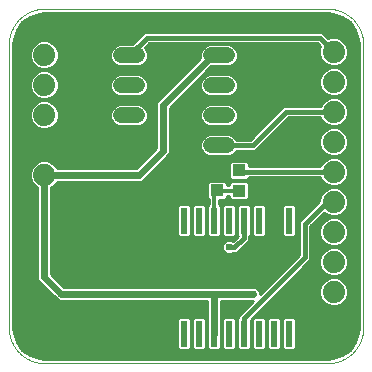
<source format=gbl>
G75*
%MOIN*%
%OFA0B0*%
%FSLAX25Y25*%
%IPPOS*%
%LPD*%
%AMOC8*
5,1,8,0,0,1.08239X$1,22.5*
%
%ADD10C,0.00000*%
%ADD11R,0.04331X0.03937*%
%ADD12R,0.02362X0.08661*%
%ADD13C,0.05200*%
%ADD14C,0.07400*%
%ADD15C,0.01000*%
%ADD16C,0.02400*%
%ADD17C,0.01600*%
%ADD18C,0.02400*%
%ADD19C,0.01200*%
D10*
X0001500Y0013311D02*
X0001500Y0107799D01*
X0001503Y0108084D01*
X0001514Y0108370D01*
X0001531Y0108655D01*
X0001555Y0108939D01*
X0001586Y0109223D01*
X0001624Y0109506D01*
X0001669Y0109787D01*
X0001720Y0110068D01*
X0001778Y0110348D01*
X0001843Y0110626D01*
X0001915Y0110902D01*
X0001993Y0111176D01*
X0002078Y0111449D01*
X0002170Y0111719D01*
X0002268Y0111987D01*
X0002372Y0112253D01*
X0002483Y0112516D01*
X0002600Y0112776D01*
X0002723Y0113034D01*
X0002853Y0113288D01*
X0002989Y0113539D01*
X0003130Y0113787D01*
X0003278Y0114031D01*
X0003431Y0114272D01*
X0003591Y0114508D01*
X0003756Y0114741D01*
X0003926Y0114970D01*
X0004102Y0115195D01*
X0004284Y0115415D01*
X0004470Y0115631D01*
X0004662Y0115842D01*
X0004859Y0116049D01*
X0005061Y0116251D01*
X0005268Y0116448D01*
X0005479Y0116640D01*
X0005695Y0116826D01*
X0005915Y0117008D01*
X0006140Y0117184D01*
X0006369Y0117354D01*
X0006602Y0117519D01*
X0006838Y0117679D01*
X0007079Y0117832D01*
X0007323Y0117980D01*
X0007571Y0118121D01*
X0007822Y0118257D01*
X0008076Y0118387D01*
X0008334Y0118510D01*
X0008594Y0118627D01*
X0008857Y0118738D01*
X0009123Y0118842D01*
X0009391Y0118940D01*
X0009661Y0119032D01*
X0009934Y0119117D01*
X0010208Y0119195D01*
X0010484Y0119267D01*
X0010762Y0119332D01*
X0011042Y0119390D01*
X0011323Y0119441D01*
X0011604Y0119486D01*
X0011887Y0119524D01*
X0012171Y0119555D01*
X0012455Y0119579D01*
X0012740Y0119596D01*
X0013026Y0119607D01*
X0013311Y0119610D01*
X0107799Y0119610D01*
X0108084Y0119607D01*
X0108370Y0119596D01*
X0108655Y0119579D01*
X0108939Y0119555D01*
X0109223Y0119524D01*
X0109506Y0119486D01*
X0109787Y0119441D01*
X0110068Y0119390D01*
X0110348Y0119332D01*
X0110626Y0119267D01*
X0110902Y0119195D01*
X0111176Y0119117D01*
X0111449Y0119032D01*
X0111719Y0118940D01*
X0111987Y0118842D01*
X0112253Y0118738D01*
X0112516Y0118627D01*
X0112776Y0118510D01*
X0113034Y0118387D01*
X0113288Y0118257D01*
X0113539Y0118121D01*
X0113787Y0117980D01*
X0114031Y0117832D01*
X0114272Y0117679D01*
X0114508Y0117519D01*
X0114741Y0117354D01*
X0114970Y0117184D01*
X0115195Y0117008D01*
X0115415Y0116826D01*
X0115631Y0116640D01*
X0115842Y0116448D01*
X0116049Y0116251D01*
X0116251Y0116049D01*
X0116448Y0115842D01*
X0116640Y0115631D01*
X0116826Y0115415D01*
X0117008Y0115195D01*
X0117184Y0114970D01*
X0117354Y0114741D01*
X0117519Y0114508D01*
X0117679Y0114272D01*
X0117832Y0114031D01*
X0117980Y0113787D01*
X0118121Y0113539D01*
X0118257Y0113288D01*
X0118387Y0113034D01*
X0118510Y0112776D01*
X0118627Y0112516D01*
X0118738Y0112253D01*
X0118842Y0111987D01*
X0118940Y0111719D01*
X0119032Y0111449D01*
X0119117Y0111176D01*
X0119195Y0110902D01*
X0119267Y0110626D01*
X0119332Y0110348D01*
X0119390Y0110068D01*
X0119441Y0109787D01*
X0119486Y0109506D01*
X0119524Y0109223D01*
X0119555Y0108939D01*
X0119579Y0108655D01*
X0119596Y0108370D01*
X0119607Y0108084D01*
X0119610Y0107799D01*
X0119610Y0013311D01*
X0119607Y0013026D01*
X0119596Y0012740D01*
X0119579Y0012455D01*
X0119555Y0012171D01*
X0119524Y0011887D01*
X0119486Y0011604D01*
X0119441Y0011323D01*
X0119390Y0011042D01*
X0119332Y0010762D01*
X0119267Y0010484D01*
X0119195Y0010208D01*
X0119117Y0009934D01*
X0119032Y0009661D01*
X0118940Y0009391D01*
X0118842Y0009123D01*
X0118738Y0008857D01*
X0118627Y0008594D01*
X0118510Y0008334D01*
X0118387Y0008076D01*
X0118257Y0007822D01*
X0118121Y0007571D01*
X0117980Y0007323D01*
X0117832Y0007079D01*
X0117679Y0006838D01*
X0117519Y0006602D01*
X0117354Y0006369D01*
X0117184Y0006140D01*
X0117008Y0005915D01*
X0116826Y0005695D01*
X0116640Y0005479D01*
X0116448Y0005268D01*
X0116251Y0005061D01*
X0116049Y0004859D01*
X0115842Y0004662D01*
X0115631Y0004470D01*
X0115415Y0004284D01*
X0115195Y0004102D01*
X0114970Y0003926D01*
X0114741Y0003756D01*
X0114508Y0003591D01*
X0114272Y0003431D01*
X0114031Y0003278D01*
X0113787Y0003130D01*
X0113539Y0002989D01*
X0113288Y0002853D01*
X0113034Y0002723D01*
X0112776Y0002600D01*
X0112516Y0002483D01*
X0112253Y0002372D01*
X0111987Y0002268D01*
X0111719Y0002170D01*
X0111449Y0002078D01*
X0111176Y0001993D01*
X0110902Y0001915D01*
X0110626Y0001843D01*
X0110348Y0001778D01*
X0110068Y0001720D01*
X0109787Y0001669D01*
X0109506Y0001624D01*
X0109223Y0001586D01*
X0108939Y0001555D01*
X0108655Y0001531D01*
X0108370Y0001514D01*
X0108084Y0001503D01*
X0107799Y0001500D01*
X0013311Y0001500D01*
X0013026Y0001503D01*
X0012740Y0001514D01*
X0012455Y0001531D01*
X0012171Y0001555D01*
X0011887Y0001586D01*
X0011604Y0001624D01*
X0011323Y0001669D01*
X0011042Y0001720D01*
X0010762Y0001778D01*
X0010484Y0001843D01*
X0010208Y0001915D01*
X0009934Y0001993D01*
X0009661Y0002078D01*
X0009391Y0002170D01*
X0009123Y0002268D01*
X0008857Y0002372D01*
X0008594Y0002483D01*
X0008334Y0002600D01*
X0008076Y0002723D01*
X0007822Y0002853D01*
X0007571Y0002989D01*
X0007323Y0003130D01*
X0007079Y0003278D01*
X0006838Y0003431D01*
X0006602Y0003591D01*
X0006369Y0003756D01*
X0006140Y0003926D01*
X0005915Y0004102D01*
X0005695Y0004284D01*
X0005479Y0004470D01*
X0005268Y0004662D01*
X0005061Y0004859D01*
X0004859Y0005061D01*
X0004662Y0005268D01*
X0004470Y0005479D01*
X0004284Y0005695D01*
X0004102Y0005915D01*
X0003926Y0006140D01*
X0003756Y0006369D01*
X0003591Y0006602D01*
X0003431Y0006838D01*
X0003278Y0007079D01*
X0003130Y0007323D01*
X0002989Y0007571D01*
X0002853Y0007822D01*
X0002723Y0008076D01*
X0002600Y0008334D01*
X0002483Y0008594D01*
X0002372Y0008857D01*
X0002268Y0009123D01*
X0002170Y0009391D01*
X0002078Y0009661D01*
X0001993Y0009934D01*
X0001915Y0010208D01*
X0001843Y0010484D01*
X0001778Y0010762D01*
X0001720Y0011042D01*
X0001669Y0011323D01*
X0001624Y0011604D01*
X0001586Y0011887D01*
X0001555Y0012171D01*
X0001531Y0012455D01*
X0001514Y0012740D01*
X0001503Y0013026D01*
X0001500Y0013311D01*
D11*
X0064256Y0059059D03*
X0070949Y0059059D03*
X0078193Y0059020D03*
X0078193Y0065713D03*
D12*
X0079787Y0049039D03*
X0074787Y0049039D03*
X0069787Y0049039D03*
X0064787Y0049039D03*
X0059787Y0049039D03*
X0084787Y0049039D03*
X0089787Y0049039D03*
X0094787Y0049039D03*
X0094787Y0011343D03*
X0089787Y0011343D03*
X0084787Y0011343D03*
X0079787Y0011343D03*
X0074787Y0011343D03*
X0069787Y0011343D03*
X0064787Y0011343D03*
X0059787Y0011343D03*
D13*
X0069018Y0074098D02*
X0074218Y0074098D01*
X0074218Y0084098D02*
X0069018Y0084098D01*
X0069018Y0094098D02*
X0074218Y0094098D01*
X0074218Y0104098D02*
X0069018Y0104098D01*
X0044218Y0104098D02*
X0039018Y0104098D01*
X0039018Y0094098D02*
X0044218Y0094098D01*
X0044218Y0084098D02*
X0039018Y0084098D01*
X0039018Y0074098D02*
X0044218Y0074098D01*
D14*
X0013311Y0074295D03*
X0013311Y0064295D03*
X0013311Y0084295D03*
X0013311Y0094295D03*
X0013311Y0104295D03*
X0109768Y0105280D03*
X0109768Y0095280D03*
X0109768Y0085280D03*
X0109768Y0075280D03*
X0109768Y0065280D03*
X0109768Y0055280D03*
X0109768Y0045280D03*
X0109768Y0035280D03*
X0109768Y0025280D03*
X0109768Y0015280D03*
D15*
X0006020Y0006020D02*
X0004124Y0008630D01*
X0003127Y0011698D01*
X0003000Y0013311D01*
X0003000Y0107799D01*
X0003127Y0109412D01*
X0004124Y0112480D01*
X0006020Y0115090D01*
X0008630Y0116986D01*
X0011698Y0117983D01*
X0013311Y0118110D01*
X0107799Y0118110D01*
X0109412Y0117983D01*
X0112480Y0116986D01*
X0115090Y0115090D01*
X0116986Y0112480D01*
X0117983Y0109412D01*
X0118110Y0107799D01*
X0118110Y0013311D01*
X0117983Y0011698D01*
X0116986Y0008630D01*
X0115090Y0006020D01*
X0112480Y0004124D01*
X0109412Y0003127D01*
X0107799Y0003000D01*
X0013311Y0003000D01*
X0011698Y0003127D01*
X0008630Y0004124D01*
X0006020Y0006020D01*
X0005677Y0006493D02*
X0057570Y0006493D01*
X0057506Y0006556D02*
X0058151Y0005912D01*
X0061424Y0005912D01*
X0062068Y0006556D01*
X0062068Y0016129D01*
X0061424Y0016773D01*
X0058151Y0016773D01*
X0057506Y0016129D01*
X0057506Y0006556D01*
X0057506Y0007491D02*
X0004951Y0007491D01*
X0004226Y0008490D02*
X0057506Y0008490D01*
X0057506Y0009488D02*
X0003845Y0009488D01*
X0003521Y0010487D02*
X0057506Y0010487D01*
X0057506Y0011485D02*
X0003196Y0011485D01*
X0003065Y0012484D02*
X0057506Y0012484D01*
X0057506Y0013482D02*
X0003000Y0013482D01*
X0003000Y0014481D02*
X0057506Y0014481D01*
X0057506Y0015479D02*
X0003000Y0015479D01*
X0003000Y0016478D02*
X0057855Y0016478D01*
X0061720Y0016478D02*
X0062855Y0016478D01*
X0063151Y0016773D02*
X0062506Y0016129D01*
X0062506Y0006556D01*
X0063151Y0005912D01*
X0066424Y0005912D01*
X0067068Y0006556D01*
X0067068Y0016129D01*
X0066424Y0016773D01*
X0063151Y0016773D01*
X0062506Y0015479D02*
X0062068Y0015479D01*
X0062068Y0014481D02*
X0062506Y0014481D01*
X0062506Y0013482D02*
X0062068Y0013482D01*
X0062068Y0012484D02*
X0062506Y0012484D01*
X0062506Y0011485D02*
X0062068Y0011485D01*
X0062068Y0010487D02*
X0062506Y0010487D01*
X0062506Y0009488D02*
X0062068Y0009488D01*
X0062068Y0008490D02*
X0062506Y0008490D01*
X0062506Y0007491D02*
X0062068Y0007491D01*
X0062005Y0006493D02*
X0062570Y0006493D01*
X0067005Y0006493D02*
X0067570Y0006493D01*
X0067506Y0006556D02*
X0068151Y0005912D01*
X0071424Y0005912D01*
X0072068Y0006556D01*
X0072068Y0010371D01*
X0072087Y0010390D01*
X0072087Y0022231D01*
X0082930Y0022231D01*
X0079000Y0018302D01*
X0077887Y0017189D01*
X0077887Y0016510D01*
X0077506Y0016129D01*
X0077506Y0006556D01*
X0078151Y0005912D01*
X0081424Y0005912D01*
X0082068Y0006556D01*
X0082068Y0015996D01*
X0102022Y0035949D01*
X0102022Y0047170D01*
X0106556Y0051703D01*
X0107049Y0051210D01*
X0108813Y0050480D01*
X0110722Y0050480D01*
X0112487Y0051210D01*
X0113837Y0052561D01*
X0114568Y0054325D01*
X0114568Y0056234D01*
X0113837Y0057998D01*
X0112487Y0059349D01*
X0110722Y0060080D01*
X0108813Y0060080D01*
X0107049Y0059349D01*
X0105698Y0057998D01*
X0104968Y0056234D01*
X0104968Y0055489D01*
X0098222Y0048744D01*
X0098222Y0047170D01*
X0098222Y0037523D01*
X0085296Y0024597D01*
X0085296Y0025484D01*
X0083949Y0026831D01*
X0019972Y0026831D01*
X0015611Y0031193D01*
X0015611Y0060052D01*
X0016030Y0060226D01*
X0017380Y0061576D01*
X0017554Y0061995D01*
X0045760Y0061995D01*
X0055178Y0071413D01*
X0055178Y0086571D01*
X0069005Y0100398D01*
X0074954Y0100398D01*
X0076314Y0100962D01*
X0077355Y0102003D01*
X0077918Y0103362D01*
X0077918Y0104834D01*
X0077355Y0106194D01*
X0076314Y0107235D01*
X0074954Y0107798D01*
X0068282Y0107798D01*
X0066922Y0107235D01*
X0065881Y0106194D01*
X0065318Y0104834D01*
X0065318Y0103362D01*
X0065361Y0103259D01*
X0050578Y0088476D01*
X0050578Y0073319D01*
X0043854Y0066595D01*
X0017554Y0066595D01*
X0017380Y0067014D01*
X0016030Y0068365D01*
X0014266Y0069095D01*
X0012356Y0069095D01*
X0010592Y0068365D01*
X0009242Y0067014D01*
X0008511Y0065250D01*
X0008511Y0063340D01*
X0009242Y0061576D01*
X0010592Y0060226D01*
X0011011Y0060052D01*
X0011011Y0029287D01*
X0012358Y0027940D01*
X0016720Y0023579D01*
X0018067Y0022231D01*
X0067487Y0022231D01*
X0067487Y0010390D01*
X0067506Y0010371D01*
X0067506Y0006556D01*
X0067506Y0007491D02*
X0067068Y0007491D01*
X0067068Y0008490D02*
X0067506Y0008490D01*
X0067506Y0009488D02*
X0067068Y0009488D01*
X0067068Y0010487D02*
X0067487Y0010487D01*
X0067487Y0011485D02*
X0067068Y0011485D01*
X0067068Y0012484D02*
X0067487Y0012484D01*
X0067487Y0013482D02*
X0067068Y0013482D01*
X0067068Y0014481D02*
X0067487Y0014481D01*
X0067487Y0015479D02*
X0067068Y0015479D01*
X0066720Y0016478D02*
X0067487Y0016478D01*
X0067487Y0017476D02*
X0003000Y0017476D01*
X0003000Y0018475D02*
X0067487Y0018475D01*
X0067487Y0019473D02*
X0003000Y0019473D01*
X0003000Y0020472D02*
X0067487Y0020472D01*
X0067487Y0021470D02*
X0003000Y0021470D01*
X0003000Y0022469D02*
X0017830Y0022469D01*
X0016831Y0023467D02*
X0003000Y0023467D01*
X0003000Y0024466D02*
X0015833Y0024466D01*
X0014834Y0025464D02*
X0003000Y0025464D01*
X0003000Y0026463D02*
X0013836Y0026463D01*
X0012837Y0027461D02*
X0003000Y0027461D01*
X0003000Y0028460D02*
X0011839Y0028460D01*
X0011011Y0029458D02*
X0003000Y0029458D01*
X0003000Y0030457D02*
X0011011Y0030457D01*
X0011011Y0031455D02*
X0003000Y0031455D01*
X0003000Y0032454D02*
X0011011Y0032454D01*
X0011011Y0033452D02*
X0003000Y0033452D01*
X0003000Y0034451D02*
X0011011Y0034451D01*
X0011011Y0035449D02*
X0003000Y0035449D01*
X0003000Y0036448D02*
X0011011Y0036448D01*
X0011011Y0037446D02*
X0003000Y0037446D01*
X0003000Y0038445D02*
X0011011Y0038445D01*
X0011011Y0039443D02*
X0003000Y0039443D01*
X0003000Y0040442D02*
X0011011Y0040442D01*
X0011011Y0041440D02*
X0003000Y0041440D01*
X0003000Y0042439D02*
X0011011Y0042439D01*
X0011011Y0043437D02*
X0003000Y0043437D01*
X0003000Y0044436D02*
X0011011Y0044436D01*
X0011011Y0045434D02*
X0003000Y0045434D01*
X0003000Y0046433D02*
X0011011Y0046433D01*
X0011011Y0047432D02*
X0003000Y0047432D01*
X0003000Y0048430D02*
X0011011Y0048430D01*
X0011011Y0049429D02*
X0003000Y0049429D01*
X0003000Y0050427D02*
X0011011Y0050427D01*
X0011011Y0051426D02*
X0003000Y0051426D01*
X0003000Y0052424D02*
X0011011Y0052424D01*
X0011011Y0053423D02*
X0003000Y0053423D01*
X0003000Y0054421D02*
X0011011Y0054421D01*
X0011011Y0055420D02*
X0003000Y0055420D01*
X0003000Y0056418D02*
X0011011Y0056418D01*
X0011011Y0057417D02*
X0003000Y0057417D01*
X0003000Y0058415D02*
X0011011Y0058415D01*
X0011011Y0059414D02*
X0003000Y0059414D01*
X0003000Y0060412D02*
X0010406Y0060412D01*
X0009407Y0061411D02*
X0003000Y0061411D01*
X0003000Y0062409D02*
X0008897Y0062409D01*
X0008511Y0063408D02*
X0003000Y0063408D01*
X0003000Y0064406D02*
X0008511Y0064406D01*
X0008575Y0065405D02*
X0003000Y0065405D01*
X0003000Y0066403D02*
X0008989Y0066403D01*
X0009629Y0067402D02*
X0003000Y0067402D01*
X0003000Y0068400D02*
X0010678Y0068400D01*
X0015944Y0068400D02*
X0045659Y0068400D01*
X0044661Y0067402D02*
X0016993Y0067402D01*
X0017215Y0061411D02*
X0067683Y0061411D01*
X0067683Y0061483D02*
X0068328Y0062128D01*
X0073570Y0062128D01*
X0074214Y0061483D01*
X0074214Y0060720D01*
X0074928Y0060720D01*
X0074928Y0061444D01*
X0075572Y0062088D01*
X0080814Y0062088D01*
X0081458Y0061444D01*
X0081458Y0056596D01*
X0080814Y0055951D01*
X0075572Y0055951D01*
X0074928Y0056596D01*
X0074928Y0057320D01*
X0074214Y0057320D01*
X0074214Y0056635D01*
X0073570Y0055991D01*
X0071487Y0055991D01*
X0071487Y0054407D01*
X0072068Y0053826D01*
X0072068Y0044253D01*
X0071424Y0043609D01*
X0068151Y0043609D01*
X0067506Y0044253D01*
X0067506Y0053826D01*
X0068087Y0054407D01*
X0068087Y0056231D01*
X0067683Y0056635D01*
X0067683Y0061483D01*
X0067683Y0060412D02*
X0016216Y0060412D01*
X0015611Y0059414D02*
X0067683Y0059414D01*
X0067683Y0058415D02*
X0015611Y0058415D01*
X0015611Y0057417D02*
X0067683Y0057417D01*
X0067900Y0056418D02*
X0015611Y0056418D01*
X0015611Y0055420D02*
X0068087Y0055420D01*
X0068087Y0054421D02*
X0066473Y0054421D01*
X0066424Y0054470D02*
X0063151Y0054470D01*
X0062506Y0053826D01*
X0062506Y0044253D01*
X0063151Y0043609D01*
X0066424Y0043609D01*
X0067068Y0044253D01*
X0067068Y0053826D01*
X0066424Y0054470D01*
X0067068Y0053423D02*
X0067506Y0053423D01*
X0067506Y0052424D02*
X0067068Y0052424D01*
X0067068Y0051426D02*
X0067506Y0051426D01*
X0067506Y0050427D02*
X0067068Y0050427D01*
X0067068Y0049429D02*
X0067506Y0049429D01*
X0067506Y0048430D02*
X0067068Y0048430D01*
X0067068Y0047432D02*
X0067506Y0047432D01*
X0067506Y0046433D02*
X0067068Y0046433D01*
X0067068Y0045434D02*
X0067506Y0045434D01*
X0067506Y0044436D02*
X0067068Y0044436D01*
X0062506Y0044436D02*
X0062068Y0044436D01*
X0062068Y0044253D02*
X0061424Y0043609D01*
X0058151Y0043609D01*
X0057506Y0044253D01*
X0057506Y0053826D01*
X0058151Y0054470D01*
X0061424Y0054470D01*
X0062068Y0053826D01*
X0062068Y0044253D01*
X0062068Y0045434D02*
X0062506Y0045434D01*
X0062506Y0046433D02*
X0062068Y0046433D01*
X0062068Y0047432D02*
X0062506Y0047432D01*
X0062506Y0048430D02*
X0062068Y0048430D01*
X0062068Y0049429D02*
X0062506Y0049429D01*
X0062506Y0050427D02*
X0062068Y0050427D01*
X0062068Y0051426D02*
X0062506Y0051426D01*
X0062506Y0052424D02*
X0062068Y0052424D01*
X0062068Y0053423D02*
X0062506Y0053423D01*
X0063102Y0054421D02*
X0061473Y0054421D01*
X0058102Y0054421D02*
X0015611Y0054421D01*
X0015611Y0053423D02*
X0057506Y0053423D01*
X0057506Y0052424D02*
X0015611Y0052424D01*
X0015611Y0051426D02*
X0057506Y0051426D01*
X0057506Y0050427D02*
X0015611Y0050427D01*
X0015611Y0049429D02*
X0057506Y0049429D01*
X0057506Y0048430D02*
X0015611Y0048430D01*
X0015611Y0047432D02*
X0057506Y0047432D01*
X0057506Y0046433D02*
X0015611Y0046433D01*
X0015611Y0045434D02*
X0057506Y0045434D01*
X0057506Y0044436D02*
X0015611Y0044436D01*
X0015611Y0043437D02*
X0077365Y0043437D01*
X0077843Y0043916D02*
X0076094Y0042167D01*
X0075878Y0042383D01*
X0073973Y0042383D01*
X0072625Y0041035D01*
X0072625Y0039130D01*
X0073973Y0037783D01*
X0075878Y0037783D01*
X0076278Y0038183D01*
X0077484Y0038183D01*
X0080574Y0041273D01*
X0081687Y0042386D01*
X0081687Y0043872D01*
X0082068Y0044253D01*
X0082068Y0053826D01*
X0081424Y0054470D01*
X0078151Y0054470D01*
X0077506Y0053826D01*
X0077506Y0044253D01*
X0077843Y0043916D01*
X0077506Y0044436D02*
X0077068Y0044436D01*
X0077068Y0044253D02*
X0076424Y0043609D01*
X0073151Y0043609D01*
X0072506Y0044253D01*
X0072506Y0053826D01*
X0073151Y0054470D01*
X0076424Y0054470D01*
X0077068Y0053826D01*
X0077068Y0044253D01*
X0077068Y0045434D02*
X0077506Y0045434D01*
X0077506Y0046433D02*
X0077068Y0046433D01*
X0077068Y0047432D02*
X0077506Y0047432D01*
X0077506Y0048430D02*
X0077068Y0048430D01*
X0077068Y0049429D02*
X0077506Y0049429D01*
X0077506Y0050427D02*
X0077068Y0050427D01*
X0077068Y0051426D02*
X0077506Y0051426D01*
X0077506Y0052424D02*
X0077068Y0052424D01*
X0077068Y0053423D02*
X0077506Y0053423D01*
X0078102Y0054421D02*
X0076473Y0054421D01*
X0075105Y0056418D02*
X0073997Y0056418D01*
X0073102Y0054421D02*
X0071487Y0054421D01*
X0071487Y0055420D02*
X0104898Y0055420D01*
X0105044Y0056418D02*
X0081281Y0056418D01*
X0081458Y0057417D02*
X0105457Y0057417D01*
X0106115Y0058415D02*
X0081458Y0058415D01*
X0081458Y0059414D02*
X0107205Y0059414D01*
X0107049Y0061210D02*
X0108813Y0060480D01*
X0110722Y0060480D01*
X0112487Y0061210D01*
X0113837Y0062561D01*
X0114568Y0064325D01*
X0114568Y0066234D01*
X0113837Y0067998D01*
X0112487Y0069349D01*
X0110722Y0070080D01*
X0108813Y0070080D01*
X0107049Y0069349D01*
X0105698Y0067998D01*
X0105359Y0067180D01*
X0081458Y0067180D01*
X0081458Y0068137D01*
X0080814Y0068781D01*
X0075572Y0068781D01*
X0074928Y0068137D01*
X0074928Y0063288D01*
X0075572Y0062644D01*
X0080814Y0062644D01*
X0081458Y0063288D01*
X0081458Y0063380D01*
X0105359Y0063380D01*
X0105698Y0062561D01*
X0107049Y0061210D01*
X0106848Y0061411D02*
X0081458Y0061411D01*
X0081458Y0060412D02*
X0118110Y0060412D01*
X0118110Y0059414D02*
X0112330Y0059414D01*
X0113420Y0058415D02*
X0118110Y0058415D01*
X0118110Y0057417D02*
X0114078Y0057417D01*
X0114492Y0056418D02*
X0118110Y0056418D01*
X0118110Y0055420D02*
X0114568Y0055420D01*
X0114568Y0054421D02*
X0118110Y0054421D01*
X0118110Y0053423D02*
X0114194Y0053423D01*
X0113700Y0052424D02*
X0118110Y0052424D01*
X0118110Y0051426D02*
X0112702Y0051426D01*
X0112294Y0049429D02*
X0118110Y0049429D01*
X0118110Y0050427D02*
X0105279Y0050427D01*
X0104281Y0049429D02*
X0107241Y0049429D01*
X0107049Y0049349D02*
X0105698Y0047998D01*
X0104968Y0046234D01*
X0104968Y0044325D01*
X0105698Y0042561D01*
X0107049Y0041210D01*
X0108813Y0040480D01*
X0110722Y0040480D01*
X0112487Y0041210D01*
X0113837Y0042561D01*
X0114568Y0044325D01*
X0114568Y0046234D01*
X0113837Y0047998D01*
X0112487Y0049349D01*
X0110722Y0050080D01*
X0108813Y0050080D01*
X0107049Y0049349D01*
X0106130Y0048430D02*
X0103282Y0048430D01*
X0102284Y0047432D02*
X0105464Y0047432D01*
X0105050Y0046433D02*
X0102022Y0046433D01*
X0102022Y0045434D02*
X0104968Y0045434D01*
X0104968Y0044436D02*
X0102022Y0044436D01*
X0102022Y0043437D02*
X0105335Y0043437D01*
X0105820Y0042439D02*
X0102022Y0042439D01*
X0102022Y0041440D02*
X0106819Y0041440D01*
X0107049Y0039349D02*
X0108813Y0040080D01*
X0110722Y0040080D01*
X0112487Y0039349D01*
X0113837Y0037998D01*
X0114568Y0036234D01*
X0114568Y0034325D01*
X0113837Y0032561D01*
X0112487Y0031210D01*
X0110722Y0030480D01*
X0108813Y0030480D01*
X0107049Y0031210D01*
X0105698Y0032561D01*
X0104968Y0034325D01*
X0104968Y0036234D01*
X0105698Y0037998D01*
X0107049Y0039349D01*
X0107277Y0039443D02*
X0102022Y0039443D01*
X0102022Y0038445D02*
X0106145Y0038445D01*
X0105470Y0037446D02*
X0102022Y0037446D01*
X0102022Y0036448D02*
X0105056Y0036448D01*
X0104968Y0035449D02*
X0101522Y0035449D01*
X0100524Y0034451D02*
X0104968Y0034451D01*
X0105329Y0033452D02*
X0099525Y0033452D01*
X0098527Y0032454D02*
X0105805Y0032454D01*
X0106804Y0031455D02*
X0097528Y0031455D01*
X0096530Y0030457D02*
X0118110Y0030457D01*
X0118110Y0031455D02*
X0112732Y0031455D01*
X0113730Y0032454D02*
X0118110Y0032454D01*
X0118110Y0033452D02*
X0114206Y0033452D01*
X0114568Y0034451D02*
X0118110Y0034451D01*
X0118110Y0035449D02*
X0114568Y0035449D01*
X0114479Y0036448D02*
X0118110Y0036448D01*
X0118110Y0037446D02*
X0114066Y0037446D01*
X0113391Y0038445D02*
X0118110Y0038445D01*
X0118110Y0039443D02*
X0112258Y0039443D01*
X0112717Y0041440D02*
X0118110Y0041440D01*
X0118110Y0040442D02*
X0102022Y0040442D01*
X0098222Y0040442D02*
X0079743Y0040442D01*
X0078745Y0039443D02*
X0098222Y0039443D01*
X0098222Y0038445D02*
X0077746Y0038445D01*
X0080742Y0041440D02*
X0098222Y0041440D01*
X0098222Y0042439D02*
X0081687Y0042439D01*
X0081687Y0043437D02*
X0098222Y0043437D01*
X0098222Y0044436D02*
X0097068Y0044436D01*
X0097068Y0044253D02*
X0096424Y0043609D01*
X0093151Y0043609D01*
X0092506Y0044253D01*
X0092506Y0053826D01*
X0093151Y0054470D01*
X0096424Y0054470D01*
X0097068Y0053826D01*
X0097068Y0044253D01*
X0097068Y0045434D02*
X0098222Y0045434D01*
X0098222Y0046433D02*
X0097068Y0046433D01*
X0097068Y0047432D02*
X0098222Y0047432D01*
X0098222Y0048430D02*
X0097068Y0048430D01*
X0097068Y0049429D02*
X0098907Y0049429D01*
X0099905Y0050427D02*
X0097068Y0050427D01*
X0097068Y0051426D02*
X0100904Y0051426D01*
X0101902Y0052424D02*
X0097068Y0052424D01*
X0097068Y0053423D02*
X0102901Y0053423D01*
X0103899Y0054421D02*
X0096473Y0054421D01*
X0093102Y0054421D02*
X0086473Y0054421D01*
X0086424Y0054470D02*
X0083151Y0054470D01*
X0082506Y0053826D01*
X0082506Y0044253D01*
X0083151Y0043609D01*
X0086424Y0043609D01*
X0087068Y0044253D01*
X0087068Y0053826D01*
X0086424Y0054470D01*
X0087068Y0053423D02*
X0092506Y0053423D01*
X0092506Y0052424D02*
X0087068Y0052424D01*
X0087068Y0051426D02*
X0092506Y0051426D01*
X0092506Y0050427D02*
X0087068Y0050427D01*
X0087068Y0049429D02*
X0092506Y0049429D01*
X0092506Y0048430D02*
X0087068Y0048430D01*
X0087068Y0047432D02*
X0092506Y0047432D01*
X0092506Y0046433D02*
X0087068Y0046433D01*
X0087068Y0045434D02*
X0092506Y0045434D01*
X0092506Y0044436D02*
X0087068Y0044436D01*
X0082506Y0044436D02*
X0082068Y0044436D01*
X0082068Y0045434D02*
X0082506Y0045434D01*
X0082506Y0046433D02*
X0082068Y0046433D01*
X0082068Y0047432D02*
X0082506Y0047432D01*
X0082506Y0048430D02*
X0082068Y0048430D01*
X0082068Y0049429D02*
X0082506Y0049429D01*
X0082506Y0050427D02*
X0082068Y0050427D01*
X0082068Y0051426D02*
X0082506Y0051426D01*
X0082506Y0052424D02*
X0082068Y0052424D01*
X0082068Y0053423D02*
X0082506Y0053423D01*
X0083102Y0054421D02*
X0081473Y0054421D01*
X0074928Y0061411D02*
X0074214Y0061411D01*
X0074928Y0063408D02*
X0047172Y0063408D01*
X0048171Y0064406D02*
X0074928Y0064406D01*
X0074928Y0065405D02*
X0049169Y0065405D01*
X0050168Y0066403D02*
X0074928Y0066403D01*
X0074928Y0067402D02*
X0051166Y0067402D01*
X0052165Y0068400D02*
X0075191Y0068400D01*
X0074954Y0070398D02*
X0076314Y0070962D01*
X0077355Y0072003D01*
X0077436Y0072198D01*
X0083547Y0072198D01*
X0094728Y0083380D01*
X0105359Y0083380D01*
X0105698Y0082561D01*
X0107049Y0081210D01*
X0108813Y0080480D01*
X0110722Y0080480D01*
X0112487Y0081210D01*
X0113837Y0082561D01*
X0114568Y0084325D01*
X0114568Y0086234D01*
X0113837Y0087998D01*
X0112487Y0089349D01*
X0110722Y0090080D01*
X0108813Y0090080D01*
X0107049Y0089349D01*
X0105698Y0087998D01*
X0105359Y0087180D01*
X0093154Y0087180D01*
X0092041Y0086067D01*
X0081973Y0075998D01*
X0077436Y0075998D01*
X0077355Y0076194D01*
X0076314Y0077235D01*
X0074954Y0077798D01*
X0068282Y0077798D01*
X0066922Y0077235D01*
X0065881Y0076194D01*
X0065318Y0074834D01*
X0065318Y0073362D01*
X0065881Y0072003D01*
X0066922Y0070962D01*
X0068282Y0070398D01*
X0074954Y0070398D01*
X0076748Y0071396D02*
X0106863Y0071396D01*
X0107049Y0071210D02*
X0108813Y0070480D01*
X0110722Y0070480D01*
X0112487Y0071210D01*
X0113837Y0072561D01*
X0114568Y0074325D01*
X0114568Y0076234D01*
X0113837Y0077998D01*
X0112487Y0079349D01*
X0110722Y0080080D01*
X0108813Y0080080D01*
X0107049Y0079349D01*
X0105698Y0077998D01*
X0104968Y0076234D01*
X0104968Y0074325D01*
X0105698Y0072561D01*
X0107049Y0071210D01*
X0105865Y0072394D02*
X0083743Y0072394D01*
X0084741Y0073393D02*
X0105354Y0073393D01*
X0104968Y0074391D02*
X0085740Y0074391D01*
X0086738Y0075390D02*
X0104968Y0075390D01*
X0105032Y0076388D02*
X0087737Y0076388D01*
X0088735Y0077387D02*
X0105445Y0077387D01*
X0106085Y0078385D02*
X0089734Y0078385D01*
X0090732Y0079384D02*
X0107134Y0079384D01*
X0106878Y0081381D02*
X0092729Y0081381D01*
X0091731Y0080382D02*
X0118110Y0080382D01*
X0118110Y0079384D02*
X0112402Y0079384D01*
X0113450Y0078385D02*
X0118110Y0078385D01*
X0118110Y0077387D02*
X0114090Y0077387D01*
X0114504Y0076388D02*
X0118110Y0076388D01*
X0118110Y0075390D02*
X0114568Y0075390D01*
X0114568Y0074391D02*
X0118110Y0074391D01*
X0118110Y0073393D02*
X0114182Y0073393D01*
X0113671Y0072394D02*
X0118110Y0072394D01*
X0118110Y0071396D02*
X0112672Y0071396D01*
X0112366Y0069399D02*
X0118110Y0069399D01*
X0118110Y0070397D02*
X0054162Y0070397D01*
X0053163Y0069399D02*
X0107169Y0069399D01*
X0106100Y0068400D02*
X0081195Y0068400D01*
X0081458Y0067402D02*
X0105451Y0067402D01*
X0105850Y0062409D02*
X0046174Y0062409D01*
X0046658Y0069399D02*
X0003000Y0069399D01*
X0003000Y0070397D02*
X0047656Y0070397D01*
X0048655Y0071396D02*
X0003000Y0071396D01*
X0003000Y0072394D02*
X0049653Y0072394D01*
X0050578Y0073393D02*
X0003000Y0073393D01*
X0003000Y0074391D02*
X0050578Y0074391D01*
X0050578Y0075390D02*
X0003000Y0075390D01*
X0003000Y0076388D02*
X0050578Y0076388D01*
X0050578Y0077387D02*
X0003000Y0077387D01*
X0003000Y0078385D02*
X0050578Y0078385D01*
X0050578Y0079384D02*
X0003000Y0079384D01*
X0003000Y0080382D02*
X0010436Y0080382D01*
X0010592Y0080226D02*
X0012356Y0079495D01*
X0014266Y0079495D01*
X0016030Y0080226D01*
X0017380Y0081576D01*
X0018111Y0083340D01*
X0018111Y0085250D01*
X0017380Y0087014D01*
X0016030Y0088365D01*
X0014266Y0089095D01*
X0012356Y0089095D01*
X0010592Y0088365D01*
X0009242Y0087014D01*
X0008511Y0085250D01*
X0008511Y0083340D01*
X0009242Y0081576D01*
X0010592Y0080226D01*
X0009437Y0081381D02*
X0003000Y0081381D01*
X0003000Y0082379D02*
X0008909Y0082379D01*
X0008511Y0083378D02*
X0003000Y0083378D01*
X0003000Y0084376D02*
X0008511Y0084376D01*
X0008563Y0085375D02*
X0003000Y0085375D01*
X0003000Y0086373D02*
X0008976Y0086373D01*
X0009600Y0087372D02*
X0003000Y0087372D01*
X0003000Y0088370D02*
X0010606Y0088370D01*
X0010592Y0090226D02*
X0012356Y0089495D01*
X0014266Y0089495D01*
X0016030Y0090226D01*
X0017380Y0091576D01*
X0018111Y0093340D01*
X0018111Y0095250D01*
X0017380Y0097014D01*
X0016030Y0098365D01*
X0014266Y0099095D01*
X0012356Y0099095D01*
X0010592Y0098365D01*
X0009242Y0097014D01*
X0008511Y0095250D01*
X0008511Y0093340D01*
X0009242Y0091576D01*
X0010592Y0090226D01*
X0010451Y0090368D02*
X0003000Y0090368D01*
X0003000Y0091366D02*
X0009452Y0091366D01*
X0008915Y0092365D02*
X0003000Y0092365D01*
X0003000Y0093363D02*
X0008511Y0093363D01*
X0008511Y0094362D02*
X0003000Y0094362D01*
X0003000Y0095360D02*
X0008557Y0095360D01*
X0008970Y0096359D02*
X0003000Y0096359D01*
X0003000Y0097357D02*
X0009585Y0097357D01*
X0010583Y0098356D02*
X0003000Y0098356D01*
X0003000Y0099354D02*
X0061456Y0099354D01*
X0062454Y0100353D02*
X0016157Y0100353D01*
X0016030Y0100226D02*
X0017380Y0101576D01*
X0018111Y0103340D01*
X0018111Y0105250D01*
X0017380Y0107014D01*
X0016030Y0108365D01*
X0014266Y0109095D01*
X0012356Y0109095D01*
X0010592Y0108365D01*
X0009242Y0107014D01*
X0008511Y0105250D01*
X0008511Y0103340D01*
X0009242Y0101576D01*
X0010592Y0100226D01*
X0012356Y0099495D01*
X0014266Y0099495D01*
X0016030Y0100226D01*
X0017155Y0101351D02*
X0036533Y0101351D01*
X0036922Y0100962D02*
X0038282Y0100398D01*
X0044954Y0100398D01*
X0046314Y0100962D01*
X0047355Y0102003D01*
X0047918Y0103362D01*
X0047918Y0104834D01*
X0047355Y0106194D01*
X0046878Y0106671D01*
X0048271Y0108065D01*
X0104296Y0108065D01*
X0105307Y0107053D01*
X0104968Y0106234D01*
X0104968Y0104325D01*
X0105698Y0102561D01*
X0107049Y0101210D01*
X0108813Y0100480D01*
X0110722Y0100480D01*
X0112487Y0101210D01*
X0113837Y0102561D01*
X0114568Y0104325D01*
X0114568Y0106234D01*
X0113837Y0107998D01*
X0112487Y0109349D01*
X0110722Y0110080D01*
X0108813Y0110080D01*
X0107994Y0109740D01*
X0105870Y0111865D01*
X0046697Y0111865D01*
X0045584Y0110752D01*
X0045584Y0110752D01*
X0042631Y0107798D01*
X0038282Y0107798D01*
X0036922Y0107235D01*
X0035881Y0106194D01*
X0035318Y0104834D01*
X0035318Y0103362D01*
X0035881Y0102003D01*
X0036922Y0100962D01*
X0035738Y0102350D02*
X0017701Y0102350D01*
X0018111Y0103348D02*
X0035324Y0103348D01*
X0035318Y0104347D02*
X0018111Y0104347D01*
X0018072Y0105345D02*
X0035530Y0105345D01*
X0036031Y0106344D02*
X0017658Y0106344D01*
X0017052Y0107342D02*
X0037181Y0107342D01*
X0043173Y0108341D02*
X0016054Y0108341D01*
X0010568Y0108341D02*
X0003043Y0108341D01*
X0003000Y0107342D02*
X0009570Y0107342D01*
X0008964Y0106344D02*
X0003000Y0106344D01*
X0003000Y0105345D02*
X0008550Y0105345D01*
X0008511Y0104347D02*
X0003000Y0104347D01*
X0003000Y0103348D02*
X0008511Y0103348D01*
X0008921Y0102350D02*
X0003000Y0102350D01*
X0003000Y0101351D02*
X0009467Y0101351D01*
X0010465Y0100353D02*
X0003000Y0100353D01*
X0003121Y0109339D02*
X0044172Y0109339D01*
X0045170Y0110338D02*
X0003428Y0110338D01*
X0003752Y0111336D02*
X0046169Y0111336D01*
X0047549Y0107342D02*
X0067181Y0107342D01*
X0066031Y0106344D02*
X0047205Y0106344D01*
X0047707Y0105345D02*
X0065530Y0105345D01*
X0065318Y0104347D02*
X0047918Y0104347D01*
X0047912Y0103348D02*
X0065324Y0103348D01*
X0064451Y0102350D02*
X0047499Y0102350D01*
X0046703Y0101351D02*
X0063453Y0101351D01*
X0060457Y0098356D02*
X0016039Y0098356D01*
X0017037Y0097357D02*
X0037217Y0097357D01*
X0036922Y0097235D02*
X0035881Y0096194D01*
X0035318Y0094834D01*
X0035318Y0093362D01*
X0035881Y0092003D01*
X0036922Y0090962D01*
X0038282Y0090398D01*
X0044954Y0090398D01*
X0046314Y0090962D01*
X0047355Y0092003D01*
X0047918Y0093362D01*
X0047918Y0094834D01*
X0047355Y0096194D01*
X0046314Y0097235D01*
X0044954Y0097798D01*
X0038282Y0097798D01*
X0036922Y0097235D01*
X0036046Y0096359D02*
X0017652Y0096359D01*
X0018065Y0095360D02*
X0035536Y0095360D01*
X0035318Y0094362D02*
X0018111Y0094362D01*
X0018111Y0093363D02*
X0035318Y0093363D01*
X0035731Y0092365D02*
X0017707Y0092365D01*
X0017170Y0091366D02*
X0036518Y0091366D01*
X0038282Y0087798D02*
X0036922Y0087235D01*
X0035881Y0086194D01*
X0035318Y0084834D01*
X0035318Y0083362D01*
X0035881Y0082003D01*
X0036922Y0080962D01*
X0038282Y0080398D01*
X0044954Y0080398D01*
X0046314Y0080962D01*
X0047355Y0082003D01*
X0047918Y0083362D01*
X0047918Y0084834D01*
X0047355Y0086194D01*
X0046314Y0087235D01*
X0044954Y0087798D01*
X0038282Y0087798D01*
X0037253Y0087372D02*
X0017023Y0087372D01*
X0017646Y0086373D02*
X0036061Y0086373D01*
X0035542Y0085375D02*
X0018059Y0085375D01*
X0018111Y0084376D02*
X0035318Y0084376D01*
X0035318Y0083378D02*
X0018111Y0083378D01*
X0017713Y0082379D02*
X0035725Y0082379D01*
X0036503Y0081381D02*
X0017185Y0081381D01*
X0016186Y0080382D02*
X0050578Y0080382D01*
X0050578Y0081381D02*
X0046733Y0081381D01*
X0047511Y0082379D02*
X0050578Y0082379D01*
X0050578Y0083378D02*
X0047918Y0083378D01*
X0047918Y0084376D02*
X0050578Y0084376D01*
X0050578Y0085375D02*
X0047694Y0085375D01*
X0047176Y0086373D02*
X0050578Y0086373D01*
X0050578Y0087372D02*
X0045984Y0087372D01*
X0046718Y0091366D02*
X0053468Y0091366D01*
X0054466Y0092365D02*
X0047505Y0092365D01*
X0047918Y0093363D02*
X0055465Y0093363D01*
X0056463Y0094362D02*
X0047918Y0094362D01*
X0047700Y0095360D02*
X0057462Y0095360D01*
X0058460Y0096359D02*
X0047191Y0096359D01*
X0046020Y0097357D02*
X0059459Y0097357D01*
X0062969Y0094362D02*
X0065318Y0094362D01*
X0065318Y0094834D02*
X0065318Y0093362D01*
X0065881Y0092003D01*
X0066922Y0090962D01*
X0068282Y0090398D01*
X0074954Y0090398D01*
X0076314Y0090962D01*
X0077355Y0092003D01*
X0077918Y0093362D01*
X0077918Y0094834D01*
X0077355Y0096194D01*
X0076314Y0097235D01*
X0074954Y0097798D01*
X0068282Y0097798D01*
X0066922Y0097235D01*
X0065881Y0096194D01*
X0065318Y0094834D01*
X0065536Y0095360D02*
X0063967Y0095360D01*
X0064966Y0096359D02*
X0066046Y0096359D01*
X0065964Y0097357D02*
X0067217Y0097357D01*
X0066963Y0098356D02*
X0106056Y0098356D01*
X0105698Y0097998D02*
X0104968Y0096234D01*
X0104968Y0094325D01*
X0105698Y0092561D01*
X0107049Y0091210D01*
X0108813Y0090480D01*
X0110722Y0090480D01*
X0112487Y0091210D01*
X0113837Y0092561D01*
X0114568Y0094325D01*
X0114568Y0096234D01*
X0113837Y0097998D01*
X0112487Y0099349D01*
X0110722Y0100080D01*
X0108813Y0100080D01*
X0107049Y0099349D01*
X0105698Y0097998D01*
X0105433Y0097357D02*
X0076020Y0097357D01*
X0077191Y0096359D02*
X0105019Y0096359D01*
X0104968Y0095360D02*
X0077700Y0095360D01*
X0077918Y0094362D02*
X0104968Y0094362D01*
X0105366Y0093363D02*
X0077918Y0093363D01*
X0077505Y0092365D02*
X0105894Y0092365D01*
X0106893Y0091366D02*
X0076718Y0091366D01*
X0074954Y0087798D02*
X0076314Y0087235D01*
X0077355Y0086194D01*
X0077918Y0084834D01*
X0077918Y0083362D01*
X0077355Y0082003D01*
X0076314Y0080962D01*
X0074954Y0080398D01*
X0068282Y0080398D01*
X0066922Y0080962D01*
X0065881Y0082003D01*
X0065318Y0083362D01*
X0065318Y0084834D01*
X0065881Y0086194D01*
X0066922Y0087235D01*
X0068282Y0087798D01*
X0074954Y0087798D01*
X0075984Y0087372D02*
X0105439Y0087372D01*
X0106070Y0088370D02*
X0056977Y0088370D01*
X0055979Y0087372D02*
X0067253Y0087372D01*
X0066061Y0086373D02*
X0055178Y0086373D01*
X0055178Y0085375D02*
X0065542Y0085375D01*
X0065318Y0084376D02*
X0055178Y0084376D01*
X0055178Y0083378D02*
X0065318Y0083378D01*
X0065725Y0082379D02*
X0055178Y0082379D01*
X0055178Y0081381D02*
X0066503Y0081381D01*
X0067289Y0077387D02*
X0055178Y0077387D01*
X0055178Y0078385D02*
X0084360Y0078385D01*
X0083361Y0077387D02*
X0075948Y0077387D01*
X0077161Y0076388D02*
X0082363Y0076388D01*
X0085358Y0079384D02*
X0055178Y0079384D01*
X0055178Y0080382D02*
X0086357Y0080382D01*
X0087355Y0081381D02*
X0076733Y0081381D01*
X0077511Y0082379D02*
X0088354Y0082379D01*
X0089352Y0083378D02*
X0077918Y0083378D01*
X0077918Y0084376D02*
X0090351Y0084376D01*
X0091349Y0085375D02*
X0077694Y0085375D01*
X0077176Y0086373D02*
X0092348Y0086373D01*
X0094726Y0083378D02*
X0105360Y0083378D01*
X0105880Y0082379D02*
X0093728Y0082379D01*
X0107098Y0089369D02*
X0057976Y0089369D01*
X0058975Y0090368D02*
X0118110Y0090368D01*
X0118110Y0091366D02*
X0112642Y0091366D01*
X0113641Y0092365D02*
X0118110Y0092365D01*
X0118110Y0093363D02*
X0114169Y0093363D01*
X0114568Y0094362D02*
X0118110Y0094362D01*
X0118110Y0095360D02*
X0114568Y0095360D01*
X0114516Y0096359D02*
X0118110Y0096359D01*
X0118110Y0097357D02*
X0114103Y0097357D01*
X0113480Y0098356D02*
X0118110Y0098356D01*
X0118110Y0099354D02*
X0112474Y0099354D01*
X0112628Y0101351D02*
X0118110Y0101351D01*
X0118110Y0100353D02*
X0068960Y0100353D01*
X0067961Y0099354D02*
X0107062Y0099354D01*
X0106908Y0101351D02*
X0076703Y0101351D01*
X0077499Y0102350D02*
X0105909Y0102350D01*
X0105372Y0103348D02*
X0077912Y0103348D01*
X0077918Y0104347D02*
X0104968Y0104347D01*
X0104968Y0105345D02*
X0077707Y0105345D01*
X0077205Y0106344D02*
X0105013Y0106344D01*
X0105018Y0107342D02*
X0076055Y0107342D01*
X0065318Y0093363D02*
X0061970Y0093363D01*
X0060972Y0092365D02*
X0065731Y0092365D01*
X0066518Y0091366D02*
X0059973Y0091366D01*
X0052469Y0090368D02*
X0016171Y0090368D01*
X0016016Y0088370D02*
X0050578Y0088370D01*
X0051471Y0089369D02*
X0003000Y0089369D01*
X0004077Y0112335D02*
X0117034Y0112335D01*
X0117358Y0111336D02*
X0106398Y0111336D01*
X0107396Y0110338D02*
X0117683Y0110338D01*
X0117989Y0109339D02*
X0112496Y0109339D01*
X0113495Y0108341D02*
X0118068Y0108341D01*
X0118110Y0107342D02*
X0114109Y0107342D01*
X0114522Y0106344D02*
X0118110Y0106344D01*
X0118110Y0105345D02*
X0114568Y0105345D01*
X0114568Y0104347D02*
X0118110Y0104347D01*
X0118110Y0103348D02*
X0114163Y0103348D01*
X0113626Y0102350D02*
X0118110Y0102350D01*
X0116367Y0113333D02*
X0004744Y0113333D01*
X0005469Y0114332D02*
X0115641Y0114332D01*
X0114760Y0115330D02*
X0006350Y0115330D01*
X0007725Y0116329D02*
X0113385Y0116329D01*
X0111431Y0117327D02*
X0009679Y0117327D01*
X0055178Y0076388D02*
X0066075Y0076388D01*
X0065548Y0075390D02*
X0055178Y0075390D01*
X0055178Y0074391D02*
X0065318Y0074391D01*
X0065318Y0073393D02*
X0055178Y0073393D01*
X0055178Y0072394D02*
X0065719Y0072394D01*
X0066488Y0071396D02*
X0055160Y0071396D01*
X0072068Y0053423D02*
X0072506Y0053423D01*
X0072506Y0052424D02*
X0072068Y0052424D01*
X0072068Y0051426D02*
X0072506Y0051426D01*
X0072506Y0050427D02*
X0072068Y0050427D01*
X0072068Y0049429D02*
X0072506Y0049429D01*
X0072506Y0048430D02*
X0072068Y0048430D01*
X0072068Y0047432D02*
X0072506Y0047432D01*
X0072506Y0046433D02*
X0072068Y0046433D01*
X0072068Y0045434D02*
X0072506Y0045434D01*
X0072506Y0044436D02*
X0072068Y0044436D01*
X0073030Y0041440D02*
X0015611Y0041440D01*
X0015611Y0040442D02*
X0072625Y0040442D01*
X0072625Y0039443D02*
X0015611Y0039443D01*
X0015611Y0038445D02*
X0073310Y0038445D01*
X0076366Y0042439D02*
X0015611Y0042439D01*
X0015611Y0037446D02*
X0098145Y0037446D01*
X0097147Y0036448D02*
X0015611Y0036448D01*
X0015611Y0035449D02*
X0096148Y0035449D01*
X0095150Y0034451D02*
X0015611Y0034451D01*
X0015611Y0033452D02*
X0094151Y0033452D01*
X0093153Y0032454D02*
X0015611Y0032454D01*
X0015611Y0031455D02*
X0092154Y0031455D01*
X0091156Y0030457D02*
X0016347Y0030457D01*
X0017346Y0029458D02*
X0090157Y0029458D01*
X0089159Y0028460D02*
X0018344Y0028460D01*
X0019343Y0027461D02*
X0088160Y0027461D01*
X0087162Y0026463D02*
X0084317Y0026463D01*
X0085296Y0025464D02*
X0086163Y0025464D01*
X0089540Y0023467D02*
X0105323Y0023467D01*
X0104968Y0024325D02*
X0105698Y0022561D01*
X0107049Y0021210D01*
X0108813Y0020480D01*
X0110722Y0020480D01*
X0112487Y0021210D01*
X0113837Y0022561D01*
X0114568Y0024325D01*
X0114568Y0026234D01*
X0113837Y0027998D01*
X0112487Y0029349D01*
X0110722Y0030080D01*
X0108813Y0030080D01*
X0107049Y0029349D01*
X0105698Y0027998D01*
X0104968Y0026234D01*
X0104968Y0024325D01*
X0104968Y0024466D02*
X0090539Y0024466D01*
X0091537Y0025464D02*
X0104968Y0025464D01*
X0105062Y0026463D02*
X0092536Y0026463D01*
X0093534Y0027461D02*
X0105476Y0027461D01*
X0106160Y0028460D02*
X0094533Y0028460D01*
X0095531Y0029458D02*
X0107313Y0029458D01*
X0112222Y0029458D02*
X0118110Y0029458D01*
X0118110Y0028460D02*
X0113376Y0028460D01*
X0114059Y0027461D02*
X0118110Y0027461D01*
X0118110Y0026463D02*
X0114473Y0026463D01*
X0114568Y0025464D02*
X0118110Y0025464D01*
X0118110Y0024466D02*
X0114568Y0024466D01*
X0114213Y0023467D02*
X0118110Y0023467D01*
X0118110Y0022469D02*
X0113745Y0022469D01*
X0112747Y0021470D02*
X0118110Y0021470D01*
X0118110Y0020472D02*
X0086545Y0020472D01*
X0087543Y0021470D02*
X0106789Y0021470D01*
X0105790Y0022469D02*
X0088542Y0022469D01*
X0085546Y0019473D02*
X0118110Y0019473D01*
X0118110Y0018475D02*
X0084548Y0018475D01*
X0083549Y0017476D02*
X0118110Y0017476D01*
X0118110Y0016478D02*
X0096720Y0016478D01*
X0096424Y0016773D02*
X0093151Y0016773D01*
X0092506Y0016129D01*
X0092506Y0006556D01*
X0093151Y0005912D01*
X0096424Y0005912D01*
X0097068Y0006556D01*
X0097068Y0016129D01*
X0096424Y0016773D01*
X0097068Y0015479D02*
X0118110Y0015479D01*
X0118110Y0014481D02*
X0097068Y0014481D01*
X0097068Y0013482D02*
X0118110Y0013482D01*
X0118045Y0012484D02*
X0097068Y0012484D01*
X0097068Y0011485D02*
X0117914Y0011485D01*
X0117590Y0010487D02*
X0097068Y0010487D01*
X0097068Y0009488D02*
X0117265Y0009488D01*
X0116884Y0008490D02*
X0097068Y0008490D01*
X0097068Y0007491D02*
X0116159Y0007491D01*
X0115434Y0006493D02*
X0097005Y0006493D01*
X0092570Y0006493D02*
X0092005Y0006493D01*
X0092068Y0006556D02*
X0091424Y0005912D01*
X0088151Y0005912D01*
X0087506Y0006556D01*
X0087506Y0016129D01*
X0088151Y0016773D01*
X0091424Y0016773D01*
X0092068Y0016129D01*
X0092068Y0006556D01*
X0092068Y0007491D02*
X0092506Y0007491D01*
X0092506Y0008490D02*
X0092068Y0008490D01*
X0092068Y0009488D02*
X0092506Y0009488D01*
X0092506Y0010487D02*
X0092068Y0010487D01*
X0092068Y0011485D02*
X0092506Y0011485D01*
X0092506Y0012484D02*
X0092068Y0012484D01*
X0092068Y0013482D02*
X0092506Y0013482D01*
X0092506Y0014481D02*
X0092068Y0014481D01*
X0092068Y0015479D02*
X0092506Y0015479D01*
X0092855Y0016478D02*
X0091720Y0016478D01*
X0087855Y0016478D02*
X0086720Y0016478D01*
X0086424Y0016773D02*
X0083151Y0016773D01*
X0082506Y0016129D01*
X0082506Y0006556D01*
X0083151Y0005912D01*
X0086424Y0005912D01*
X0087068Y0006556D01*
X0087068Y0016129D01*
X0086424Y0016773D01*
X0087068Y0015479D02*
X0087506Y0015479D01*
X0087506Y0014481D02*
X0087068Y0014481D01*
X0087068Y0013482D02*
X0087506Y0013482D01*
X0087506Y0012484D02*
X0087068Y0012484D01*
X0087068Y0011485D02*
X0087506Y0011485D01*
X0087506Y0010487D02*
X0087068Y0010487D01*
X0087068Y0009488D02*
X0087506Y0009488D01*
X0087506Y0008490D02*
X0087068Y0008490D01*
X0087068Y0007491D02*
X0087506Y0007491D01*
X0087570Y0006493D02*
X0087005Y0006493D01*
X0082570Y0006493D02*
X0082005Y0006493D01*
X0082068Y0007491D02*
X0082506Y0007491D01*
X0082506Y0008490D02*
X0082068Y0008490D01*
X0082068Y0009488D02*
X0082506Y0009488D01*
X0082506Y0010487D02*
X0082068Y0010487D01*
X0082068Y0011485D02*
X0082506Y0011485D01*
X0082506Y0012484D02*
X0082068Y0012484D01*
X0082068Y0013482D02*
X0082506Y0013482D01*
X0082506Y0014481D02*
X0082068Y0014481D01*
X0082068Y0015479D02*
X0082506Y0015479D01*
X0082550Y0016478D02*
X0082855Y0016478D01*
X0080172Y0019473D02*
X0072087Y0019473D01*
X0072087Y0018475D02*
X0079174Y0018475D01*
X0078175Y0017476D02*
X0072087Y0017476D01*
X0072087Y0016478D02*
X0072855Y0016478D01*
X0073151Y0016773D02*
X0072506Y0016129D01*
X0072506Y0006556D01*
X0073151Y0005912D01*
X0076424Y0005912D01*
X0077068Y0006556D01*
X0077068Y0016129D01*
X0076424Y0016773D01*
X0073151Y0016773D01*
X0072506Y0015479D02*
X0072087Y0015479D01*
X0072087Y0014481D02*
X0072506Y0014481D01*
X0072506Y0013482D02*
X0072087Y0013482D01*
X0072087Y0012484D02*
X0072506Y0012484D01*
X0072506Y0011485D02*
X0072087Y0011485D01*
X0072087Y0010487D02*
X0072506Y0010487D01*
X0072506Y0009488D02*
X0072068Y0009488D01*
X0072068Y0008490D02*
X0072506Y0008490D01*
X0072506Y0007491D02*
X0072068Y0007491D01*
X0072005Y0006493D02*
X0072570Y0006493D01*
X0077005Y0006493D02*
X0077570Y0006493D01*
X0077506Y0007491D02*
X0077068Y0007491D01*
X0077068Y0008490D02*
X0077506Y0008490D01*
X0077506Y0009488D02*
X0077068Y0009488D01*
X0077068Y0010487D02*
X0077506Y0010487D01*
X0077506Y0011485D02*
X0077068Y0011485D01*
X0077068Y0012484D02*
X0077506Y0012484D01*
X0077506Y0013482D02*
X0077068Y0013482D01*
X0077068Y0014481D02*
X0077506Y0014481D01*
X0077506Y0015479D02*
X0077068Y0015479D01*
X0076720Y0016478D02*
X0077855Y0016478D01*
X0081171Y0020472D02*
X0072087Y0020472D01*
X0072087Y0021470D02*
X0082169Y0021470D01*
X0110551Y0003497D02*
X0010559Y0003497D01*
X0008118Y0004496D02*
X0112992Y0004496D01*
X0114366Y0005494D02*
X0006744Y0005494D01*
X0106278Y0051426D02*
X0106833Y0051426D01*
X0113405Y0048430D02*
X0118110Y0048430D01*
X0118110Y0047432D02*
X0114072Y0047432D01*
X0114485Y0046433D02*
X0118110Y0046433D01*
X0118110Y0045434D02*
X0114568Y0045434D01*
X0114568Y0044436D02*
X0118110Y0044436D01*
X0118110Y0043437D02*
X0114200Y0043437D01*
X0113715Y0042439D02*
X0118110Y0042439D01*
X0118110Y0061411D02*
X0112687Y0061411D01*
X0113686Y0062409D02*
X0118110Y0062409D01*
X0118110Y0063408D02*
X0114188Y0063408D01*
X0114568Y0064406D02*
X0118110Y0064406D01*
X0118110Y0065405D02*
X0114568Y0065405D01*
X0114498Y0066403D02*
X0118110Y0066403D01*
X0118110Y0067402D02*
X0114084Y0067402D01*
X0113435Y0068400D02*
X0118110Y0068400D01*
X0118110Y0081381D02*
X0112657Y0081381D01*
X0113656Y0082379D02*
X0118110Y0082379D01*
X0118110Y0083378D02*
X0114176Y0083378D01*
X0114568Y0084376D02*
X0118110Y0084376D01*
X0118110Y0085375D02*
X0114568Y0085375D01*
X0114510Y0086373D02*
X0118110Y0086373D01*
X0118110Y0087372D02*
X0114096Y0087372D01*
X0113465Y0088370D02*
X0118110Y0088370D01*
X0118110Y0089369D02*
X0112438Y0089369D01*
D16*
X0099925Y0094020D03*
X0089295Y0090870D03*
X0081028Y0090870D03*
X0086146Y0104650D03*
X0086146Y0114886D03*
X0101894Y0114886D03*
X0070398Y0114886D03*
X0054650Y0114886D03*
X0054650Y0101894D03*
X0060555Y0086146D03*
X0060555Y0074335D03*
X0060555Y0062524D03*
X0044807Y0056618D03*
X0062524Y0038902D03*
X0058587Y0031028D03*
X0062524Y0019217D03*
X0072366Y0029059D03*
X0080240Y0036933D03*
X0074925Y0040083D03*
X0082996Y0024531D03*
X0097957Y0019217D03*
X0099925Y0029846D03*
X0092051Y0040870D03*
X0101106Y0060555D03*
X0095988Y0080240D03*
X0038902Y0114886D03*
X0027091Y0109768D03*
X0025122Y0074335D03*
X0023154Y0054650D03*
X0023154Y0038902D03*
X0034965Y0031028D03*
X0019020Y0024531D03*
X0019217Y0011343D03*
X0034965Y0011343D03*
X0050713Y0007406D03*
X0101894Y0007406D03*
D17*
X0079787Y0011343D02*
X0079787Y0016402D01*
X0100122Y0036736D01*
X0100122Y0047957D01*
X0107445Y0055280D01*
X0109768Y0055280D01*
X0109768Y0065280D02*
X0078626Y0065280D01*
X0078350Y0065555D01*
X0082760Y0074098D02*
X0071618Y0074098D01*
X0082760Y0074098D02*
X0093941Y0085280D01*
X0109768Y0085280D01*
X0109768Y0105280D02*
X0105083Y0109965D01*
X0047484Y0109965D01*
X0041618Y0104098D01*
X0079787Y0049039D02*
X0079787Y0043173D01*
X0076697Y0040083D01*
X0074925Y0040083D01*
D18*
X0069807Y0024531D02*
X0069787Y0024512D01*
X0069787Y0011343D01*
X0069807Y0024531D02*
X0082996Y0024531D01*
X0069807Y0024531D02*
X0019020Y0024531D01*
X0013311Y0030240D01*
X0013311Y0064295D01*
X0044807Y0064295D01*
X0052878Y0072366D01*
X0052878Y0087524D01*
X0069453Y0104098D01*
X0071618Y0104098D01*
D19*
X0078193Y0065713D02*
X0078350Y0065555D01*
X0078193Y0059020D02*
X0070988Y0059020D01*
X0070949Y0059059D01*
X0069787Y0057898D01*
X0069787Y0049039D01*
M02*

</source>
